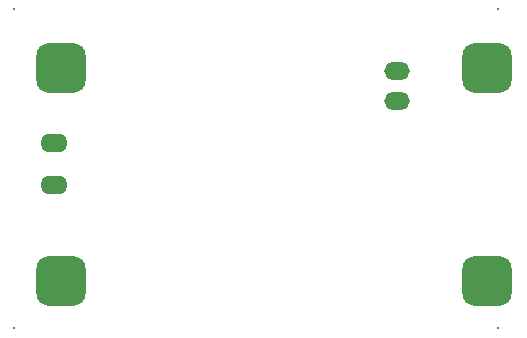
<source format=gbs>
G04*
G04 #@! TF.GenerationSoftware,Altium Limited,Altium Designer,21.3.2 (30)*
G04*
G04 Layer_Color=16711935*
%FSLAX25Y25*%
%MOIN*%
G70*
G04*
G04 #@! TF.SameCoordinates,97264966-10FB-41C2-9D5A-9FAD70EEB638*
G04*
G04*
G04 #@! TF.FilePolarity,Negative*
G04*
G01*
G75*
G04:AMPARAMS|DCode=22|XSize=8mil|YSize=8mil|CornerRadius=0mil|HoleSize=0mil|Usage=FLASHONLY|Rotation=0.000|XOffset=0mil|YOffset=0mil|HoleType=Round|Shape=RoundedRectangle|*
%AMROUNDEDRECTD22*
21,1,0.00800,0.00800,0,0,0.0*
21,1,0.00800,0.00800,0,0,0.0*
1,1,0.00000,0.00400,-0.00400*
1,1,0.00000,-0.00400,-0.00400*
1,1,0.00000,-0.00400,0.00400*
1,1,0.00000,0.00400,0.00400*
%
%ADD22ROUNDEDRECTD22*%
G04:AMPARAMS|DCode=23|XSize=165.48mil|YSize=165.48mil|CornerRadius=43.37mil|HoleSize=0mil|Usage=FLASHONLY|Rotation=0.000|XOffset=0mil|YOffset=0mil|HoleType=Round|Shape=RoundedRectangle|*
%AMROUNDEDRECTD23*
21,1,0.16548,0.07874,0,0,0.0*
21,1,0.07874,0.16548,0,0,0.0*
1,1,0.08674,0.03937,-0.03937*
1,1,0.08674,-0.03937,-0.03937*
1,1,0.08674,-0.03937,0.03937*
1,1,0.08674,0.03937,0.03937*
%
%ADD23ROUNDEDRECTD23*%
%ADD24O,0.08477X0.05918*%
%ADD25O,0.09068X0.06312*%
D22*
X539370Y370079D02*
D03*
Y263779D02*
D03*
X377953Y370079D02*
D03*
Y263779D02*
D03*
D23*
X393701Y350394D02*
D03*
Y279528D02*
D03*
X535433D02*
D03*
Y350394D02*
D03*
D24*
X505500Y349500D02*
D03*
Y339657D02*
D03*
D25*
X391339Y311614D02*
D03*
Y325394D02*
D03*
M02*

</source>
